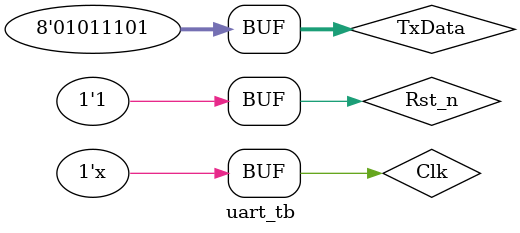
<source format=v>
module uart_main(
    	Clk                     ,
    	Rst_n                   ,       
    	Tx                      ,
		TxData						,
	   RxData		            ,
	);


input           Clk             ; 
input           Rst_n           ; 
reg             Rx              ; 
output          Tx              ; 
output [7:0]    RxData          ; 
input [7:0]     TxData          ; 
wire          	 RxDone          ; // Reception completed. Data is valid.
wire          	 TxDone          ; // Trnasmission completed. Data sent.
wire            tick		        ; // Baud rate clock
wire          	 TxEn            ;
wire 		       RxEn		        ;
wire [3:0]      NBits    	     ;
wire [15:0]     BaudRate        ; 
assign 		RxEn = 1'b1	;
assign 		TxEn = 1'b1	;
assign 		BaudRate = 2'd2; 	
assign 		NBits = 4'b1000	;

always@(posedge tick)
Rx <= Tx;


uart_rx RX(
    	.Clk(Clk)             	,
   	.Rst_n(Rst_n)         	,
    	.RxEn(RxEn)           	,
    	.RxData(RxData)       	,
    	.RxDone(RxDone)       	,
    	.Rx(Rx)               	,
    	.Tick(tick)           	,
    	.NBits(NBits)
    );

uart_tx TX(
   	.Clk(Clk)            	,
    	.Rst_n(Rst_n)         	,
    	.TxEn(TxEn)           	,
    	.TxData(TxData)      	,
   	.TxDone(TxDone)      	,
   	.Tx(Tx)               	,
   	.Tick(tick)           	,
   	.NBits(NBits)
    );


uart_baud BAUDGEN(
    	.Clk(Clk)               ,
    	.Rst_n(Rst_n)           ,
    	.Tick(tick)             ,
    	.BaudRate(BaudRate)
    );

endmodule


/////////////Test Bench//////////////////

`timescale 1ns/1ns

module uart_tb;

	// Inputs
	reg Clk;
	reg Rst_n;
	reg [7:0] TxData;

	// Outputs
	wire Tx;
	wire [7:0] RxData;

	// Instantiate the module under test (MUT)
	uart_main uut (
		.Clk(Clk),
		.Rst_n(Rst_n),
		.Tx(Tx),
		.TxData(TxData),
		.RxData(RxData)
	);

	// Clock generator
	initial Clk = 0;
	always #5 Clk = ~Clk;
	
	// Reset generator
	initial begin
		Rst_n = 0;
		#10;
		Rst_n = 1;
	end

	// Test case 1 - Transmit data and receive it back
	initial begin
		// Initialize inputs
		TxData = 8'b01011101;		
	end

endmodule


</source>
